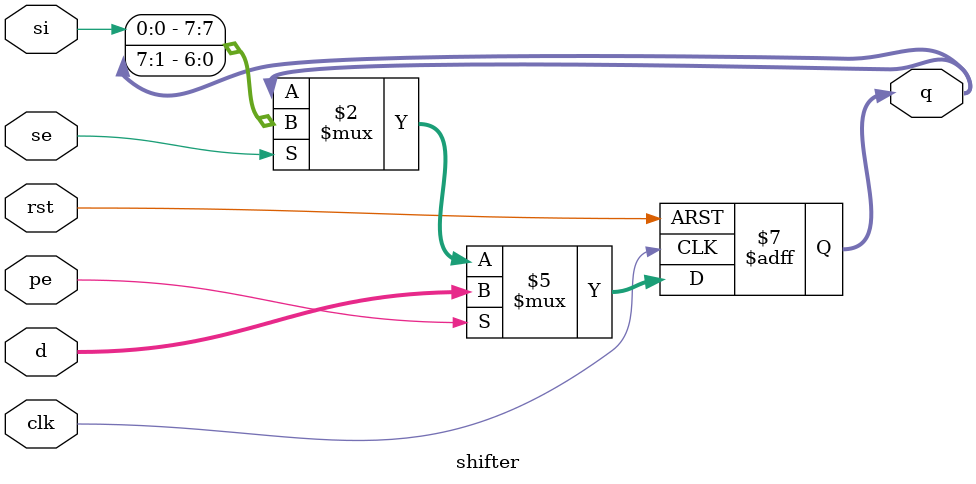
<source format=v>
module shifter
	#(parameter N = 8,
	  RST_VALUE = {N{1'b0}})
	(
	input clk, rst, pe, se, si, 
	input [N-1:0] d,
	output reg [N-1:0] q
);
	always @(posedge clk, posedge rst) 
	begin
		if(rst)
			q <= RST_VALUE;
		else if(pe)
			q <= d;
		else if(se) 
			q <= {si, q[N-1:1]};
	end

endmodule
</source>
